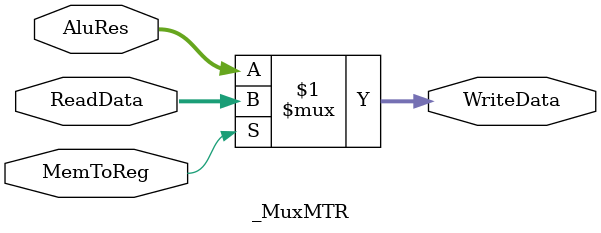
<source format=v>
module _MuxMTR (
    input wire MemToReg,          // 1: usar ReadData, 0: usar AluRes
    input wire [31:0] ReadData,   // salida de data_memory
    input wire [31:0] AluRes,     // salida de la ALU
    output wire [31:0] WriteData  // dato final que va al banco de registros
);

    assign WriteData = (MemToReg) ? ReadData : AluRes;

endmodule

</source>
